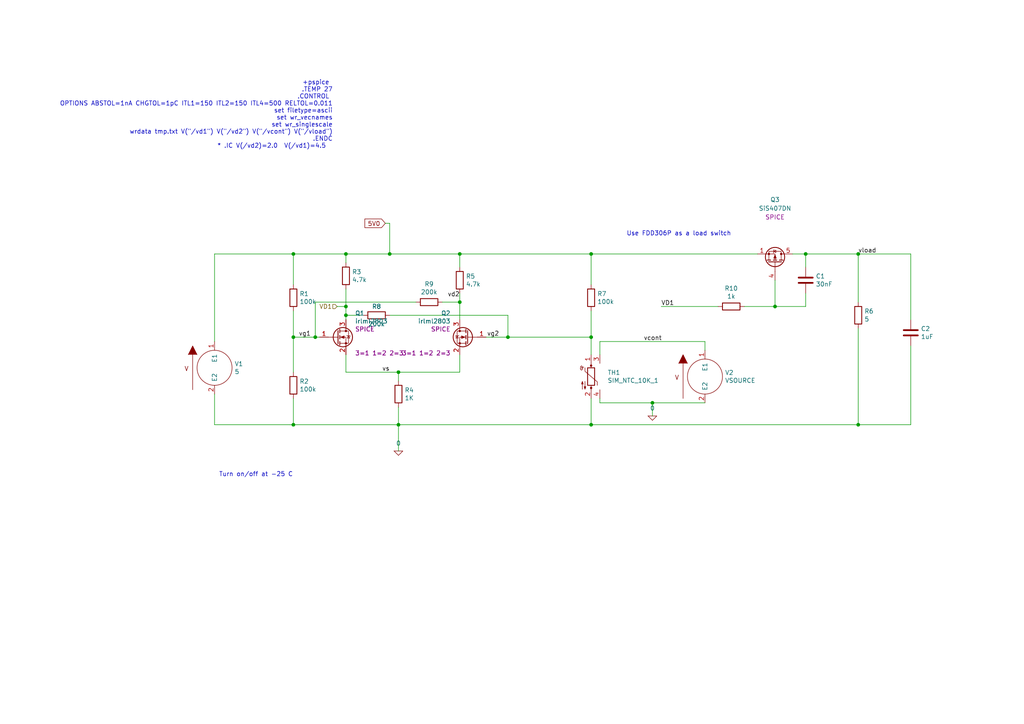
<source format=kicad_sch>
(kicad_sch (version 20211123) (generator eeschema)
  (paper "A4")
  (title_block (title "Thermal Switch - On when warm") (date "2021-04-12") (rev "v0.1") (company "University of Bristol") (comment 1 "Copyright - CERN-OHL-S") (comment 2 "FDD306P --> IPD068P03L3") (comment 3 "IRLML2402TR --> IRLML2803TR"))
  (lib_symbols
    (symbol "Device:C" (pin_numbers hide) (pin_names (offset 0.254))
      (property "Reference" "C" (at 0.635 2.54 0))
      (property "Value" "C" (at 0.635 -2.54 0))
      (symbol "C_0_1"
        (polyline (pts (xy -2.032 -0.762) (xy 2.032 -0.762)) (stroke (width 0.508)))
        (polyline (pts (xy -2.032 0.762) (xy 2.032 0.762)) (stroke (width 0.508)))
      )
      (symbol "C_1_1"
        (pin passive line (at 0 3.81 270) (length 2.794) (name "~") (number "1"))
        (pin passive line (at 0 -3.81 90) (length 2.794) (name "~") (number "2"))
      )
    )
    (symbol "Device:R" (pin_numbers hide) (pin_names (offset 0))
      (property "Reference" "R" (at 2.032 0 90))
      (property "Value" "R" (at 0 0 90))
      (symbol "R_0_1"
        (rectangle (start -1.016 -2.54) (end 1.016 2.54) (stroke (width 0.254)))
      )
      (symbol "R_1_1"
        (pin passive line (at 0 3.81 270) (length 1.27) (name "~") (number "1"))
        (pin passive line (at 0 -3.81 90) (length 1.27) (name "~") (number "2"))
      )
    )
    (symbol "MOSFET:SiS407DN" (pin_names hide)
      (property "Reference" "Q" (at 5.08 1.905 0))
      (property "Value" "SiS407DN" (at 5.08 0 0))
      (property "Spice_Primitive" "M" (at 5.08 1.905 0))
      (property "Spice_Model" "SiS407DN" (at 5.08 6.35 0))
      (property "Spice_Netlist_Enabled" "Y" (at 5.08 1.905 0))
      (property "Spice_Lib_File" "./SiS407DN_PS.lib" (at 5.08 3.81 0))
      (symbol "SiS407DN_0_1"
        (polyline (pts (xy 0.254 0) (xy -2.54 0)))
        (polyline (pts (xy 0.254 1.905) (xy 0.254 -1.905)) (stroke (width 0.254)))
        (polyline (pts (xy 0.762 -1.27) (xy 0.762 -2.286)) (stroke (width 0.254)))
        (polyline (pts (xy 0.762 0.508) (xy 0.762 -0.508)) (stroke (width 0.254)))
        (polyline (pts (xy 0.762 2.286) (xy 0.762 1.27)) (stroke (width 0.254)))
        (polyline (pts (xy 2.54 2.54) (xy 2.54 1.778)))
        (polyline (pts (xy 2.54 -2.54) (xy 2.54 0) (xy 0.762 0)))
        (polyline (pts (xy 0.762 1.778) (xy 3.302 1.778) (xy 3.302 -1.778) (xy 0.762 -1.778)))
        (polyline (pts (xy 2.286 0) (xy 1.27 0.381) (xy 1.27 -0.381) (xy 2.286 0)) (fill (type outline)))
        (polyline (pts (xy 2.794 -0.508) (xy 2.921 -0.381) (xy 3.683 -0.381) (xy 3.81 -0.254)))
        (polyline (pts (xy 3.302 -0.381) (xy 2.921 0.254) (xy 3.683 0.254) (xy 3.302 -0.381)))
        (circle (center 1.651 0) (radius 2.794) (stroke (width 0.254)))
        (circle (center 2.54 -1.778) (radius 0.254) (fill (type outline)))
        (circle (center 2.54 1.778) (radius 0.254) (fill (type outline)))
      )
      (symbol "SiS407DN_1_1"
        (pin passive line (at 2.54 -5.08 90) (length 2.54) (name "S") (number "1"))
        (pin passive line (at 2.54 -5.08 90) (length 2.54) hide (name "S") (number "2"))
        (pin passive line (at 2.54 -5.08 90) (length 2.54) hide (name "S") (number "3"))
        (pin passive line (at -5.08 0 0) (length 2.54) (name "G") (number "4"))
        (pin passive line (at 2.54 5.08 270) (length 2.54) (name "D") (number "5"))
      )
    )
    (symbol "kicad_cryosub_simlib:IRLML2402TR" (pin_names hide)
      (property "Reference" "Q" (at 5.08 1.905 0))
      (property "Value" "IRLML2402TR" (at 5.08 0 0))
      (property "Spice_Primitive" "X" (at 5.08 1.905 0))
      (property "Spice_Model" "irlml2402" (at 5.08 1.905 0))
      (property "Spice_Netlist_Enabled" "Y" (at 5.08 1.905 0))
      (property "Spice_Node_Sequence" "3 1 2" (at 5.08 1.905 0))
      (property "Spice_Lib_File" "irlml2402.lib" (at 5.08 1.905 0))
      (symbol "IRLML2402TR_0_1"
        (polyline (pts (xy 0.254 0) (xy -2.54 0)))
        (polyline (pts (xy 0.254 1.905) (xy 0.254 -1.905)) (stroke (width 0.254)))
        (polyline (pts (xy 0.762 -1.27) (xy 0.762 -2.286)) (stroke (width 0.254)))
        (polyline (pts (xy 0.762 0.508) (xy 0.762 -0.508)) (stroke (width 0.254)))
        (polyline (pts (xy 0.762 2.286) (xy 0.762 1.27)) (stroke (width 0.254)))
        (polyline (pts (xy 2.54 2.54) (xy 2.54 1.778)))
        (polyline (pts (xy 2.54 -2.54) (xy 2.54 0) (xy 0.762 0)))
        (polyline (pts (xy 0.762 -1.778) (xy 3.302 -1.778) (xy 3.302 1.778) (xy 0.762 1.778)))
        (polyline (pts (xy 1.016 0) (xy 2.032 0.381) (xy 2.032 -0.381) (xy 1.016 0)) (fill (type outline)))
        (polyline (pts (xy 2.794 0.508) (xy 2.921 0.381) (xy 3.683 0.381) (xy 3.81 0.254)))
        (polyline (pts (xy 3.302 0.381) (xy 2.921 -0.254) (xy 3.683 -0.254) (xy 3.302 0.381)))
        (circle (center 1.651 0) (radius 2.794) (stroke (width 0.254)))
        (circle (center 2.54 -1.778) (radius 0.254) (fill (type outline)))
        (circle (center 2.54 1.778) (radius 0.254) (fill (type outline)))
      )
      (symbol "IRLML2402TR_1_1"
        (pin input line (at -5.08 0 0) (length 2.54) (name "G") (number "1"))
        (pin passive line (at 2.54 -5.08 90) (length 2.54) (name "S") (number "2"))
        (pin passive line (at 2.54 5.08 270) (length 2.54) (name "D") (number "3"))
      )
    )
    (symbol "kicad_cryosub_simlib:SIM_NTC_10K_1" (pin_names (offset 0))
      (property "Reference" "TH" (at 1.905 3.81 0))
      (property "Value" "SIM_NTC_10K_1" (at 1.905 1.27 0))
      (symbol "SIM_NTC_10K_1_0_1"
        (arc (start -3.048 2.159) (mid -3.0495 2.3143) (end -3.175 2.413))
        (arc (start -3.048 2.159) (mid -2.9736 1.9794) (end -2.794 1.905))
        (arc (start -3.048 2.794) (mid -2.9736 2.6144) (end -2.794 2.54))
        (arc (start -2.794 1.905) (mid -2.6144 1.9794) (end -2.54 2.159))
        (arc (start -2.794 2.54) (mid -2.4393 2.5587) (end -2.159 2.794))
        (arc (start -2.794 3.048) (mid -2.9736 2.9736) (end -3.048 2.794))
        (arc (start -2.54 2.794) (mid -2.6144 2.9736) (end -2.794 3.048))
        (rectangle (start -1.016 2.54) (end 1.016 -2.54) (stroke (width 0.254)))
        (circle (center 0 -3.302) (radius 0.254) (fill (type outline)))
        (polyline (pts (xy -2.54 2.159) (xy -2.54 2.794)))
        (polyline (pts (xy 0 -3.81) (xy 0 -2.54)))
        (polyline (pts (xy 0 3.175) (xy 0 3.175)))
        (polyline (pts (xy 0 3.81) (xy 0 2.54)))
        (polyline (pts (xy -1.778 2.54) (xy -1.778 1.524) (xy 1.778 -1.524) (xy 1.778 -2.54)))
        (polyline (pts (xy -2.54 -3.683) (xy -2.54 -1.397) (xy -2.794 -2.159) (xy -2.286 -2.159) (xy -2.54 -1.397) (xy -2.54 -1.651)) (fill (type outline)))
        (polyline (pts (xy -1.778 -1.397) (xy -1.778 -3.683) (xy -2.032 -2.921) (xy -1.524 -2.921) (xy -1.778 -3.683) (xy -1.778 -3.429)) (fill (type outline)))
        (circle (center 0 3.175) (radius 0.254) (fill (type outline)))
      )
      (symbol "SIM_NTC_10K_1_1_1"
        (pin passive line (at 0 6.35 270) (length 2.54) (name "~") (number "1"))
        (pin passive line (at 0 -6.35 90) (length 2.54) (name "~") (number "2"))
        (pin passive line (at 2.54 6.35 270) (length 2.54) (name "~") (number "3"))
        (pin passive line (at 2.54 -6.35 90) (length 2.54) (name "~") (number "4"))
      )
    )
    (symbol "pspice:0" (power) (pin_names (offset 0))
      (property "Value" "0" (at 0 -1.778 0))
      (symbol "0_0_1"
        (polyline (pts (xy -1.27 0) (xy 0 -1.27) (xy 1.27 0) (xy -1.27 0)))
      )
      (symbol "0_1_1"
        (pin power_in line (at 0 0 0) (length 0) hide (name "0") (number "1"))
      )
    )
    (symbol "pspice:VSOURCE" (pin_names (offset 1.016))
      (property "Reference" "V" (at -6.35 7.62 0))
      (property "Value" "VSOURCE" (at 0 0 0))
      (symbol "VSOURCE_0_1"
        (polyline (pts (xy -6.35 -6.35) (xy -6.35 3.81)) (fill (type outline)))
        (polyline (pts (xy -7.62 3.81) (xy -6.35 6.35) (xy -5.08 3.81)) (fill (type outline)))
        (circle (center 0 0) (radius 5.08))
        (text "V" (at -8.128 -0.254 0) (effects (font (size 1.27 1.27))))
      )
      (symbol "VSOURCE_1_1"
        (pin input line (at 0 7.62 270) (length 2.54) (name "E1") (number "1"))
        (pin input line (at 0 -7.62 90) (length 2.54) (name "E2") (number "2"))
      )
    )
  )
  (junction (at 171.45 73.66))
  (junction (at 85.09 73.66))
  (junction (at 100.33 73.66))
  (junction (at 147.32 97.79))
  (junction (at 224.79 88.9))
  (junction (at 113.03 73.66))
  (junction (at 100.33 91.44))
  (junction (at 115.57 107.95))
  (junction (at 171.45 97.79))
  (junction (at 100.33 88.9))
  (junction (at 115.57 123.19))
  (junction (at 133.35 87.63))
  (junction (at 233.68 73.66))
  (junction (at 248.92 123.19))
  (junction (at 171.45 123.19))
  (junction (at 133.35 73.66))
  (junction (at 85.09 97.79))
  (junction (at 85.09 123.19))
  (junction (at 91.44 97.79))
  (junction (at 248.92 73.66))
  (junction (at 189.23 116.84))
  (wire (pts (xy 133.35 107.95) (xy 133.35 102.87)))
  (wire (pts (xy 171.45 115.57) (xy 171.45 123.19)))
  (wire (pts (xy 173.99 102.87) (xy 173.99 99.06)))
  (wire (pts (xy 62.23 123.19) (xy 85.09 123.19)))
  (wire (pts (xy 115.57 118.11) (xy 115.57 123.19)))
  (wire (pts (xy 233.68 73.66) (xy 248.92 73.66)))
  (wire (pts (xy 85.09 73.66) (xy 62.23 73.66)))
  (wire (pts (xy 120.65 87.63) (xy 91.44 87.63)))
  (wire (pts (xy 100.33 102.87) (xy 100.33 107.95)))
  (wire (pts (xy 100.33 83.82) (xy 100.33 88.9)))
  (wire (pts (xy 171.45 73.66) (xy 171.45 82.55)))
  (wire (pts (xy 100.33 73.66) (xy 85.09 73.66)))
  (wire (pts (xy 128.27 87.63) (xy 133.35 87.63)))
  (wire (pts (xy 171.45 123.19) (xy 248.92 123.19)))
  (wire (pts (xy 113.03 73.66) (xy 133.35 73.66)))
  (wire (pts (xy 173.99 99.06) (xy 204.47 99.06)))
  (wire (pts (xy 224.79 88.9) (xy 215.9 88.9)))
  (wire (pts (xy 173.99 116.84) (xy 189.23 116.84)))
  (wire (pts (xy 264.16 123.19) (xy 248.92 123.19)))
  (wire (pts (xy 248.92 73.66) (xy 248.92 87.63)))
  (wire (pts (xy 100.33 88.9) (xy 100.33 91.44)))
  (wire (pts (xy 115.57 107.95) (xy 115.57 110.49)))
  (wire (pts (xy 133.35 73.66) (xy 171.45 73.66)))
  (wire (pts (xy 100.33 91.44) (xy 105.41 91.44)))
  (wire (pts (xy 100.33 73.66) (xy 113.03 73.66)))
  (wire (pts (xy 113.03 91.44) (xy 147.32 91.44)))
  (wire (pts (xy 233.68 77.47) (xy 233.68 73.66)))
  (wire (pts (xy 111.76 64.77) (xy 113.03 64.77)))
  (wire (pts (xy 85.09 123.19) (xy 115.57 123.19)))
  (wire (pts (xy 229.87 73.66) (xy 233.68 73.66)))
  (wire (pts (xy 100.33 107.95) (xy 115.57 107.95)))
  (wire (pts (xy 85.09 90.17) (xy 85.09 97.79)))
  (wire (pts (xy 62.23 73.66) (xy 62.23 99.06)))
  (wire (pts (xy 85.09 73.66) (xy 85.09 82.55)))
  (wire (pts (xy 133.35 85.09) (xy 133.35 87.63)))
  (wire (pts (xy 100.33 91.44) (xy 100.33 92.71)))
  (wire (pts (xy 171.45 73.66) (xy 219.71 73.66)))
  (wire (pts (xy 97.79 88.9) (xy 100.33 88.9)))
  (wire (pts (xy 171.45 97.79) (xy 171.45 90.17)))
  (wire (pts (xy 173.99 116.84) (xy 173.99 115.57)))
  (wire (pts (xy 204.47 99.06) (xy 204.47 101.6)))
  (wire (pts (xy 264.16 100.33) (xy 264.16 123.19)))
  (wire (pts (xy 85.09 97.79) (xy 91.44 97.79)))
  (wire (pts (xy 91.44 97.79) (xy 92.71 97.79)))
  (wire (pts (xy 115.57 123.19) (xy 115.57 130.81)))
  (wire (pts (xy 115.57 123.19) (xy 171.45 123.19)))
  (wire (pts (xy 133.35 73.66) (xy 133.35 77.47)))
  (wire (pts (xy 133.35 87.63) (xy 133.35 92.71)))
  (wire (pts (xy 189.23 116.84) (xy 189.23 120.65)))
  (wire (pts (xy 147.32 97.79) (xy 171.45 97.79)))
  (wire (pts (xy 233.68 85.09) (xy 233.68 88.9)))
  (wire (pts (xy 147.32 91.44) (xy 147.32 97.79)))
  (wire (pts (xy 85.09 97.79) (xy 85.09 107.95)))
  (wire (pts (xy 140.97 97.79) (xy 147.32 97.79)))
  (wire (pts (xy 264.16 73.66) (xy 248.92 73.66)))
  (wire (pts (xy 91.44 87.63) (xy 91.44 97.79)))
  (wire (pts (xy 248.92 123.19) (xy 248.92 95.25)))
  (wire (pts (xy 264.16 92.71) (xy 264.16 73.66)))
  (wire (pts (xy 189.23 116.84) (xy 204.47 116.84)))
  (wire (pts (xy 233.68 88.9) (xy 224.79 88.9)))
  (wire (pts (xy 113.03 64.77) (xy 113.03 73.66)))
  (wire (pts (xy 115.57 107.95) (xy 133.35 107.95)))
  (wire (pts (xy 224.79 81.28) (xy 224.79 88.9)))
  (wire (pts (xy 208.28 88.9) (xy 191.77 88.9)))
  (wire (pts (xy 171.45 97.79) (xy 171.45 102.87)))
  (wire (pts (xy 100.33 76.2) (xy 100.33 73.66)))
  (wire (pts (xy 62.23 114.3) (xy 62.23 123.19)))
  (wire (pts (xy 85.09 115.57) (xy 85.09 123.19)))
  (text "Use FDD306P as a load switch" (at 212.09 68.58 180) (effects (font (size 1.27 1.27)) (justify right bottom)))
  (text "+pspice \n.TEMP 27\n.CONTROL \nOPTIONS ABSTOL=1nA CHGTOL=1pC ITL1=150 ITL2=150 ITL4=500 RELTOL=0.011\nset filetype=ascii\nset wr_vecnames\nset wr_singlescale\nwrdata tmp.txt V(\"/vd1\") V(\"/vd2\") V(\"/vcont\") V(\"/vload\")\n.ENDC\n* .IC V(/vd2)=2.0  V(/vd1)=4.5  " (at 96.52 43.18 0) (effects (font (size 1.27 1.27)) (justify right bottom)))
  (text "Turn on/off at -25 C\n" (at 63.5 138.43 0) (effects (font (size 1.27 1.27)) (justify left bottom)))
  (label "vload" (at 248.92 73.66 0))
  (label "vg1" (at 90.17 97.79 180))
  (label "VD1" (at 191.77 88.9 0))
  (label "vcont" (at 186.69 99.06 0))
  (label "vg2" (at 144.78 97.79 180))
  (label "vd2" (at 133.35 86.36 180))
  (label "vs" (at 113.03 107.95 180))
  (global_label "5V0" (shape input) (at 111.76 64.77 180) (property "Intersheet References" "${INTERSHEET_REFS}" (effects hide)))
  (hierarchical_label "VD1" (shape input) (at 97.79 88.9 180))
  (symbol (lib_id "Device:R") (at 115.57 114.3 0) (unit 1)
    (property "Reference" "R4" (at 117.348 113.157 0) (effects (justify left)))
    (property "Value" "1K" (at 117.348 115.443 0) (effects (justify left)))
    (property "Footprint" "Resistor_SMD:R_0603_1608Metric_Pad0.98x0.95mm_HandSolder" (effects hide))
  )
  (symbol (lib_id "Device:R") (at 100.33 80.01 0) (unit 1)
    (property "Reference" "R3" (at 102.108 78.867 0) (effects (justify left)))
    (property "Value" "4.7k" (at 102.108 81.153 0) (effects (justify left)))
    (property "Footprint" "Resistor_SMD:R_0603_1608Metric_Pad0.98x0.95mm_HandSolder" (effects hide))
  )
  (symbol (lib_id "Device:R") (at 133.35 81.28 0) (unit 1)
    (property "Reference" "R5" (at 135.128 80.137 0) (effects (justify left)))
    (property "Value" "4.7k" (at 135.128 82.423 0) (effects (justify left)))
    (property "Footprint" "Resistor_SMD:R_0603_1608Metric_Pad0.98x0.95mm_HandSolder" (effects hide))
  )
  (symbol (lib_id "pspice:VSOURCE") (at 62.23 106.68 0) (unit 1)
    (property "Reference" "V1" (at 68.0212 105.537 0) (effects (justify left)))
    (property "Value" "VSOURCE" (at 68.0212 107.823 0) (effects (justify left)))
    (property "Spice_Primitive" "V" (effects hide))
    (property "Spice_Model" "dc 5" (effects hide))
    (property "Spice_Netlist_Enabled" "Y" (effects hide))
  )
  (symbol (lib_id "pspice:0") (at 115.57 130.81 0) (unit 1)
    (property "Reference" "#GND01" (effects hide))
    (property "Value" "0" (at 115.57 128.5748 0))
  )
  (symbol (lib_id "Device:R") (at 85.09 86.36 0) (unit 1)
    (property "Reference" "R1" (at 86.868 85.217 0) (effects (justify left)))
    (property "Value" "100k" (at 86.868 87.503 0) (effects (justify left)))
    (property "Footprint" "Resistor_SMD:R_0603_1608Metric_Pad0.98x0.95mm_HandSolder" (effects hide))
  )
  (symbol (lib_id "Device:R") (at 85.09 111.76 0) (unit 1)
    (property "Reference" "R2" (at 86.868 110.617 0) (effects (justify left)))
    (property "Value" "100k" (at 86.868 112.903 0) (effects (justify left)))
    (property "Footprint" "Resistor_SMD:R_0603_1608Metric_Pad0.98x0.95mm_HandSolder" (effects hide))
  )
  (symbol (lib_id "Device:R") (at 171.45 86.36 0) (unit 1)
    (property "Reference" "R7" (at 173.228 85.217 0) (effects (justify left)))
    (property "Value" "100k" (at 173.228 87.503 0) (effects (justify left)))
    (property "Footprint" "Resistor_SMD:R_0603_1608Metric_Pad0.98x0.95mm_HandSolder" (effects hide))
  )
  (symbol (lib_id "pspice:VSOURCE") (at 204.47 109.22 0) (unit 1)
    (property "Reference" "V2" (at 210.2612 108.077 0) (effects (justify left)))
    (property "Value" "VSOURCE" (at 210.2612 110.363 0) (effects (justify left)))
    (property "Spice_Primitive" "V" (effects hide))
    (property "Spice_Model" "dc 270 ac 1 pulse(1 350 0 10 10 10 100)" (effects hide))
    (property "Spice_Netlist_Enabled" "Y" (effects hide))
  )
  (symbol (lib_id "Device:R") (at 124.46 87.63 90) (unit 1)
    (property "Reference" "R9" (at 124.46 82.3976 90))
    (property "Value" "200k" (at 124.46 84.709 90))
    (property "Footprint" "Resistor_SMD:R_0603_1608Metric_Pad0.98x0.95mm_HandSolder" (effects hide))
  )
  (symbol (lib_id "Device:R") (at 109.22 91.44 90) (unit 1)
    (property "Reference" "R8" (at 109.22 88.9 90))
    (property "Value" "200k" (at 109.22 93.98 90))
    (property "Footprint" "Resistor_SMD:R_0603_1608Metric_Pad0.98x0.95mm_HandSolder" (effects hide))
  )
  (symbol (lib_id "kicad_cryosub_simlib:SIM_NTC_10K_1") (at 171.45 109.22 0) (unit 1)
    (property "Reference" "TH1" (at 176.1998 108.0516 0) (effects (justify left)))
    (property "Value" "SIM_NTC_10K_1" (at 176.1998 110.363 0) (effects (justify left)))
    (property "Footprint" "Resistor_SMD:R_0805_2012Metric_Pad1.20x1.40mm_HandSolder" (effects hide))
    (property "Spice_Primitive" "X" (effects hide))
    (property "Spice_Model" "NTC_10K_1" (effects hide))
    (property "Spice_Netlist_Enabled" "Y" (effects hide))
    (property "Spice_Lib_File" "./sim_ntc_10k_1.lib" (effects hide))
  )
  (symbol (lib_id "pspice:0") (at 189.23 120.65 0) (unit 1)
    (property "Reference" "#GND02" (effects hide))
    (property "Value" "0" (at 189.23 118.3894 0))
  )
  (symbol (lib_id "Device:R") (at 248.92 91.44 0) (unit 1)
    (property "Reference" "R6" (at 250.698 90.2716 0) (effects (justify left)))
    (property "Value" "5" (at 250.698 92.583 0) (effects (justify left)))
  )
  (symbol (lib_id "Device:C") (at 264.16 96.52 0) (unit 1)
    (property "Reference" "C2" (at 267.081 95.3516 0) (effects (justify left)))
    (property "Value" "1uF" (at 267.081 97.663 0) (effects (justify left)))
    (property "Footprint" "Capacitor_SMD:C_0805_2012Metric_Pad1.18x1.45mm_HandSolder" (effects hide))
  )
  (symbol (lib_id "Device:C") (at 233.68 81.28 0) (unit 1)
    (property "Reference" "C1" (at 236.601 80.1116 0) (effects (justify left)))
    (property "Value" "30nF" (at 236.601 82.423 0) (effects (justify left)))
    (property "Footprint" "Capacitor_SMD:C_0201_0603Metric_Pad0.64x0.40mm_HandSolder" (effects hide))
  )
  (symbol (lib_id "Device:R") (at 212.09 88.9 270) (unit 1)
    (property "Reference" "R10" (at 212.09 83.6422 90))
    (property "Value" "1k" (at 212.09 85.9536 90))
    (property "Footprint" "Resistor_SMD:R_0603_1608Metric_Pad0.98x0.95mm_HandSolder" (effects hide))
  )
  (symbol (lib_id "kicad_cryosub_simlib:IRLML2402TR") (at 97.79 97.79 0) (unit 1)
    (property "Reference" "Q1" (at 102.9716 90.8558 0) (effects (justify left)))
    (property "Value" "irlml2803" (at 102.9716 93.1672 0) (effects (justify left)))
    (property "Footprint" "Package_TO_SOT_SMD:SOT-23" (effects hide))
    (property "Datasheet" "https://docs.rs-online.com/c4e5/0900766b80afb7ed.pdf" (effects hide))
    (property "Spice_Primitive" "X" (at 102.9716 95.4786 0) (effects (justify left)))
    (property "Spice_Model" "irlml2803" (at 102.9716 97.79 0) (effects (justify left)))
    (property "Spice_Netlist_Enabled" "Y" (at 102.9716 100.1014 0) (effects (justify left)))
    (property "Spice_Node_Sequence" "3 1 2" (at 102.9716 102.4128 0) (effects (justify left)))
    (property "Spice_Lib_File" "irlml2803.spi" (at 102.9716 104.7242 0) (effects (justify left)))
  )
  (symbol (lib_id "kicad_cryosub_simlib:IRLML2402TR") (at 135.89 97.79 0) (mirror y) (unit 1)
    (property "Reference" "Q2" (at 130.683 90.8558 0) (effects (justify left)))
    (property "Value" "irlml2803" (at 130.683 93.1672 0) (effects (justify left)))
    (property "Footprint" "Package_TO_SOT_SMD:SOT-23" (effects hide))
    (property "Datasheet" "https://docs.rs-online.com/c4e5/0900766b80afb7ed.pdf" (effects hide))
    (property "Spice_Primitive" "X" (at 130.683 95.4786 0) (effects (justify left)))
    (property "Spice_Model" "irlml2803" (at 130.683 97.79 0) (effects (justify left)))
    (property "Spice_Netlist_Enabled" "Y" (at 130.683 100.1014 0) (effects (justify left)))
    (property "Spice_Node_Sequence" "3 1 2" (at 130.683 102.4128 0) (effects (justify left)))
    (property "Spice_Lib_File" "irlml2803.spi" (at 130.683 104.7242 0) (effects (justify left)))
  )
  (symbol (lib_id "MOSFET:SiS407DN") (at 224.79 76.2 270) (mirror x) (unit 1)
    (property "Reference" "Q3" (at 224.79 57.9076 90))
    (property "Value" "SiS407DN" (at 224.79 60.4445 90))
    (property "Footprint" "Package_SO:Vishay_PowerPAK_1212-8_Single" (effects hide))
    (property "Datasheet" "https://www.vishay.com/docs/65942/sis407dn.pdf" (effects hide))
    (property "Spice_Primitive" "X" (at 224.79 62.9814 90))
    (property "Spice_Model" "SiS407DN" (at 224.79 65.5183 90))
    (property "Spice_Netlist_Enabled" "Y" (at 224.79 68.0552 90))
    (property "Spice_Lib_File" "./SiS407DN_PS.lib" (at 224.79 70.5921 90))
    (property "Spice_Node_Sequence" "5 4 1" (effects hide))
  )
)
</source>
